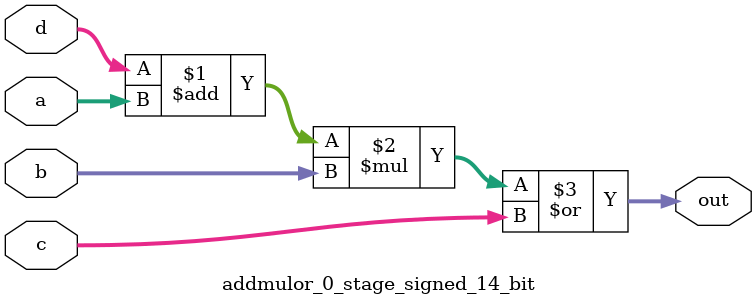
<source format=sv>
(* use_dsp = "yes" *) module addmulor_0_stage_signed_14_bit(
	input signed [13:0] a,
	input signed [13:0] b,
	input signed [13:0] c,
	input signed [13:0] d,
	output [13:0] out
	);

	assign out = ((d + a) * b) | c;
endmodule

</source>
